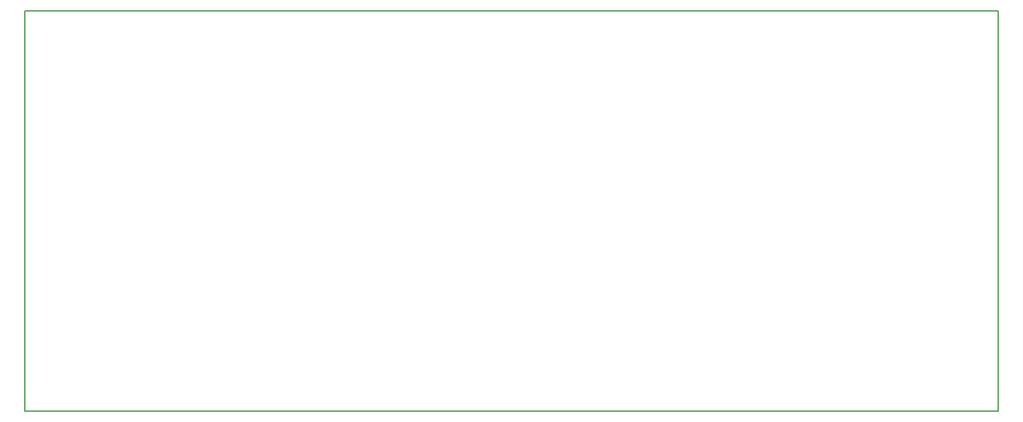
<source format=gm1>
G04 Layer_Color=39372*
%FSLAX44Y44*%
%MOMM*%
G71*
G01*
G75*
%ADD23C,0.2000*%
D23*
X1360000Y0D02*
Y560000D01*
X0Y0D02*
X1360000D01*
X0D02*
Y560000D01*
X1360000D01*
M02*

</source>
